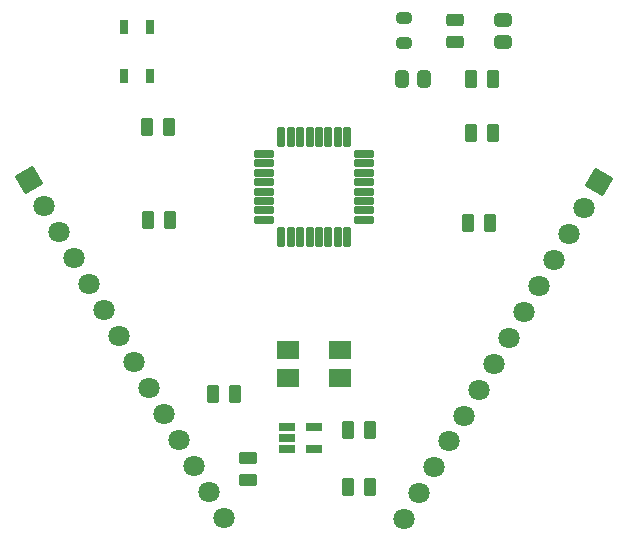
<source format=gts>
%TF.GenerationSoftware,KiCad,Pcbnew,7.0.9*%
%TF.CreationDate,2024-03-20T17:49:37+05:30*%
%TF.ProjectId,Valentino,56616c65-6e74-4696-9e6f-2e6b69636164,v01*%
%TF.SameCoordinates,Original*%
%TF.FileFunction,Soldermask,Top*%
%TF.FilePolarity,Negative*%
%FSLAX46Y46*%
G04 Gerber Fmt 4.6, Leading zero omitted, Abs format (unit mm)*
G04 Created by KiCad (PCBNEW 7.0.9) date 2024-03-20 17:49:37*
%MOMM*%
%LPD*%
G01*
G04 APERTURE LIST*
G04 Aperture macros list*
%AMRoundRect*
0 Rectangle with rounded corners*
0 $1 Rounding radius*
0 $2 $3 $4 $5 $6 $7 $8 $9 X,Y pos of 4 corners*
0 Add a 4 corners polygon primitive as box body*
4,1,4,$2,$3,$4,$5,$6,$7,$8,$9,$2,$3,0*
0 Add four circle primitives for the rounded corners*
1,1,$1+$1,$2,$3*
1,1,$1+$1,$4,$5*
1,1,$1+$1,$6,$7*
1,1,$1+$1,$8,$9*
0 Add four rect primitives between the rounded corners*
20,1,$1+$1,$2,$3,$4,$5,0*
20,1,$1+$1,$4,$5,$6,$7,0*
20,1,$1+$1,$6,$7,$8,$9,0*
20,1,$1+$1,$8,$9,$2,$3,0*%
%AMHorizOval*
0 Thick line with rounded ends*
0 $1 width*
0 $2 $3 position (X,Y) of the first rounded end (center of the circle)*
0 $4 $5 position (X,Y) of the second rounded end (center of the circle)*
0 Add line between two ends*
20,1,$1,$2,$3,$4,$5,0*
0 Add two circle primitives to create the rounded ends*
1,1,$1,$2,$3*
1,1,$1,$4,$5*%
G04 Aperture macros list end*
%ADD10RoundRect,0.300000X-0.250000X-0.475000X0.250000X-0.475000X0.250000X0.475000X-0.250000X0.475000X0*%
%ADD11RoundRect,0.293750X0.456250X-0.243750X0.456250X0.243750X-0.456250X0.243750X-0.456250X-0.243750X0*%
%ADD12RoundRect,0.300000X0.250000X0.475000X-0.250000X0.475000X-0.250000X-0.475000X0.250000X-0.475000X0*%
%ADD13RoundRect,0.300000X0.450000X-0.262500X0.450000X0.262500X-0.450000X0.262500X-0.450000X-0.262500X0*%
%ADD14RoundRect,0.050000X-0.800000X-0.275000X0.800000X-0.275000X0.800000X0.275000X-0.800000X0.275000X0*%
%ADD15RoundRect,0.050000X0.275000X-0.800000X0.275000X0.800000X-0.275000X0.800000X-0.275000X-0.800000X0*%
%ADD16RoundRect,0.200000X-0.512500X-0.150000X0.512500X-0.150000X0.512500X0.150000X-0.512500X0.150000X0*%
%ADD17RoundRect,0.050000X-1.161122X-0.311122X0.311122X-1.161122X1.161122X0.311122X-0.311122X1.161122X0*%
%ADD18HorizOval,1.800000X0.000000X0.000000X0.000000X0.000000X0*%
%ADD19RoundRect,0.050000X-0.900000X-0.700000X0.900000X-0.700000X0.900000X0.700000X-0.900000X0.700000X0*%
%ADD20RoundRect,0.050000X0.325000X-0.525000X0.325000X0.525000X-0.325000X0.525000X-0.325000X-0.525000X0*%
%ADD21RoundRect,0.300000X0.262500X0.450000X-0.262500X0.450000X-0.262500X-0.450000X0.262500X-0.450000X0*%
%ADD22RoundRect,0.300000X-0.475000X0.250000X-0.475000X-0.250000X0.475000X-0.250000X0.475000X0.250000X0*%
%ADD23RoundRect,0.268750X0.381250X-0.218750X0.381250X0.218750X-0.381250X0.218750X-0.381250X-0.218750X0*%
%ADD24RoundRect,0.050000X-0.311122X-1.161122X1.161122X-0.311122X0.311122X1.161122X-1.161122X0.311122X0*%
%ADD25HorizOval,1.800000X0.000000X0.000000X0.000000X0.000000X0*%
G04 APERTURE END LIST*
D10*
%TO.C,C9*%
X155260000Y-108204000D03*
X157160000Y-108204000D03*
%TD*%
D11*
%TO.C,D2*%
X164338000Y-75359500D03*
X164338000Y-73484500D03*
%TD*%
D12*
%TO.C,C8*%
X167574000Y-78486000D03*
X165674000Y-78486000D03*
%TD*%
D13*
%TO.C,R2*%
X168402000Y-75334500D03*
X168402000Y-73509500D03*
%TD*%
D14*
%TO.C,U1*%
X148150000Y-84830000D03*
X148150000Y-85630000D03*
X148150000Y-86430000D03*
X148150000Y-87230000D03*
X148150000Y-88030000D03*
X148150000Y-88830000D03*
X148150000Y-89630000D03*
X148150000Y-90430000D03*
D15*
X149600000Y-91880000D03*
X150400000Y-91880000D03*
X151200000Y-91880000D03*
X152000000Y-91880000D03*
X152800000Y-91880000D03*
X153600000Y-91880000D03*
X154400000Y-91880000D03*
X155200000Y-91880000D03*
D14*
X156650000Y-90430000D03*
X156650000Y-89630000D03*
X156650000Y-88830000D03*
X156650000Y-88030000D03*
X156650000Y-87230000D03*
X156650000Y-86430000D03*
X156650000Y-85630000D03*
X156650000Y-84830000D03*
D15*
X155200000Y-83380000D03*
X154400000Y-83380000D03*
X153600000Y-83380000D03*
X152800000Y-83380000D03*
X152000000Y-83380000D03*
X151200000Y-83380000D03*
X150400000Y-83380000D03*
X149600000Y-83380000D03*
%TD*%
D12*
%TO.C,C1*%
X140142000Y-82550000D03*
X138242000Y-82550000D03*
%TD*%
%TO.C,C6*%
X167320000Y-90678000D03*
X165420000Y-90678000D03*
%TD*%
D10*
%TO.C,C3*%
X143830000Y-105156000D03*
X145730000Y-105156000D03*
%TD*%
D16*
%TO.C,U3*%
X150125000Y-107950000D03*
X150125000Y-108900000D03*
X150125000Y-109850000D03*
X152400000Y-109850000D03*
X152400000Y-107950000D03*
%TD*%
D17*
%TO.C,VCC*%
X176530000Y-87193336D03*
D18*
X175260000Y-89393041D03*
X173990000Y-91592745D03*
X172720000Y-93792450D03*
X171450000Y-95992154D03*
X170180000Y-98191859D03*
X168910000Y-100391563D03*
X167640000Y-102591268D03*
X166370000Y-104790972D03*
X165100000Y-106990677D03*
X163830000Y-109190382D03*
X162560000Y-111390086D03*
X161290000Y-113589791D03*
X160020000Y-115789495D03*
%TD*%
D12*
%TO.C,C5*%
X167574000Y-83058000D03*
X165674000Y-83058000D03*
%TD*%
D10*
%TO.C,C2*%
X138308000Y-90424000D03*
X140208000Y-90424000D03*
%TD*%
D19*
%TO.C,Y2*%
X150200000Y-103830000D03*
X154600000Y-103830000D03*
X154600000Y-101430000D03*
X150200000Y-101430000D03*
%TD*%
D10*
%TO.C,C4*%
X155260000Y-113030000D03*
X157160000Y-113030000D03*
%TD*%
D20*
%TO.C,SW1*%
X136325000Y-78275000D03*
X136325000Y-74125000D03*
X138475000Y-78275000D03*
X138475000Y-74125000D03*
%TD*%
D21*
%TO.C,R1*%
X161694500Y-78486000D03*
X159869500Y-78486000D03*
%TD*%
D22*
%TO.C,C7*%
X146812000Y-110556000D03*
X146812000Y-112456000D03*
%TD*%
D23*
%TO.C,L1*%
X160020000Y-75484500D03*
X160020000Y-73359500D03*
%TD*%
D24*
%TO.C,J2*%
X128270000Y-87055252D03*
D25*
X129539999Y-89254956D03*
X130810000Y-91454660D03*
X132080000Y-93654366D03*
X133349999Y-95854070D03*
X134619999Y-98053775D03*
X135890000Y-100253479D03*
X137159999Y-102453184D03*
X138429999Y-104652889D03*
X139700000Y-106852594D03*
X140969999Y-109052298D03*
X142240000Y-111252000D03*
X143509999Y-113451707D03*
X144780000Y-115651411D03*
%TD*%
M02*

</source>
